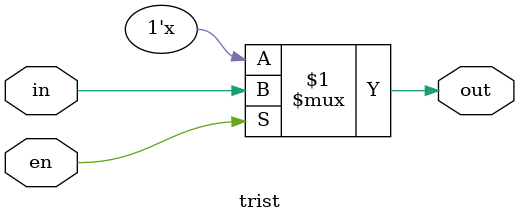
<source format=v>
module bibuffer(input in, output out, input [1:0] dir);
  trist tri1_inst (
    .in(in),
    .out(out),
    .en(dir[0])
  );
  trist tri2_inst (
    .in(out),
    .out(in),
    .en(dir[1])
  );
endmodule
module trist(input in, output out, input en);
   assign out = en ? in : 1'bZ;
endmodule


</source>
